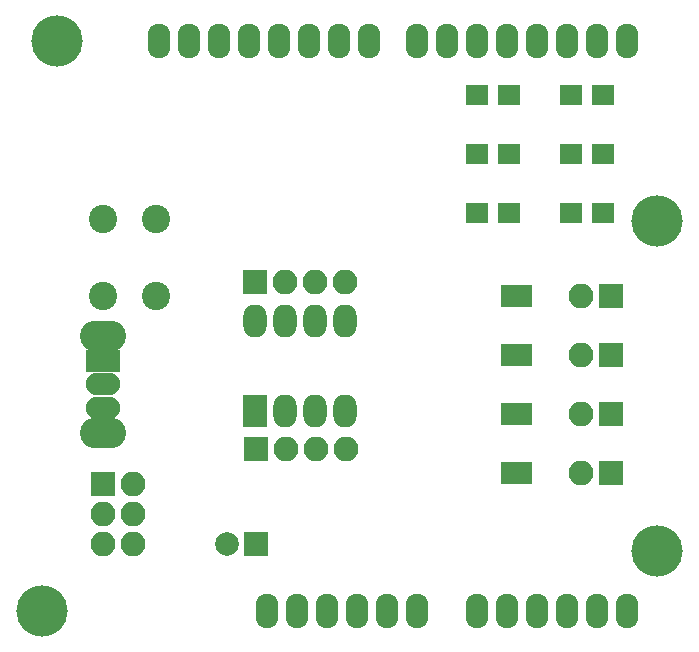
<source format=gbr>
G04 #@! TF.GenerationSoftware,KiCad,Pcbnew,(5.0.0)*
G04 #@! TF.CreationDate,2018-11-01T21:51:17+01:00*
G04 #@! TF.ProjectId,ATtiny85_Arduino_programmer,415474696E7938355F41726475696E6F,rev?*
G04 #@! TF.SameCoordinates,Original*
G04 #@! TF.FileFunction,Soldermask,Top*
G04 #@! TF.FilePolarity,Negative*
%FSLAX46Y46*%
G04 Gerber Fmt 4.6, Leading zero omitted, Abs format (unit mm)*
G04 Created by KiCad (PCBNEW (5.0.0)) date 11/01/18 21:51:17*
%MOMM*%
%LPD*%
G01*
G04 APERTURE LIST*
%ADD10R,2.900000X1.900000*%
%ADD11O,2.900000X1.900000*%
%ADD12O,3.900000X2.600000*%
%ADD13R,1.900000X1.700000*%
%ADD14O,2.000000X2.800000*%
%ADD15R,2.000000X2.800000*%
%ADD16C,2.400000*%
%ADD17O,1.924000X2.940000*%
%ADD18C,4.337000*%
%ADD19R,1.400000X1.900000*%
%ADD20O,2.100000X2.100000*%
%ADD21R,2.100000X2.100000*%
%ADD22C,2.000000*%
%ADD23R,2.000000X2.000000*%
G04 APERTURE END LIST*
D10*
G04 #@! TO.C,SW2*
X145000000Y-75500000D03*
D11*
X145000000Y-77500000D03*
X145000000Y-79500000D03*
D12*
X145000000Y-73400000D03*
X145000000Y-81600000D03*
G04 #@! TD*
D13*
G04 #@! TO.C,D3*
X187350000Y-63000000D03*
X184650000Y-63000000D03*
G04 #@! TD*
G04 #@! TO.C,D2*
X187350000Y-58000000D03*
X184650000Y-58000000D03*
G04 #@! TD*
G04 #@! TO.C,D1*
X187350000Y-53000000D03*
X184650000Y-53000000D03*
G04 #@! TD*
G04 #@! TO.C,R1*
X176650000Y-53000000D03*
X179350000Y-53000000D03*
G04 #@! TD*
G04 #@! TO.C,R3*
X176650000Y-63000000D03*
X179350000Y-63000000D03*
G04 #@! TD*
G04 #@! TO.C,R2*
X176650000Y-58000000D03*
X179350000Y-58000000D03*
G04 #@! TD*
D14*
G04 #@! TO.C,U1*
X157912707Y-72108569D03*
X165532707Y-79728569D03*
X160452707Y-72108569D03*
X162992707Y-79728569D03*
X162992707Y-72108569D03*
X160452707Y-79728569D03*
X165532707Y-72108569D03*
D15*
X157912707Y-79728569D03*
G04 #@! TD*
D16*
G04 #@! TO.C,SW1*
X145000000Y-63500000D03*
X149500000Y-63500000D03*
X145000000Y-70000000D03*
X149500000Y-70000000D03*
G04 #@! TD*
D17*
G04 #@! TO.C,SHIELD1*
X189400000Y-96690501D03*
X186860000Y-96690501D03*
X184320000Y-96690501D03*
X176700000Y-96690501D03*
X179240000Y-96690501D03*
X181780000Y-96690501D03*
X171620000Y-96690501D03*
X169080000Y-96690501D03*
X166540000Y-96690501D03*
X161460000Y-96690501D03*
X158920000Y-96690501D03*
X189400000Y-48430501D03*
X186860000Y-48430501D03*
X184320000Y-48430501D03*
X181780000Y-48430501D03*
X179240000Y-48430501D03*
X176700000Y-48430501D03*
X174160000Y-48430501D03*
X171620000Y-48430501D03*
X167556000Y-48430501D03*
X165016000Y-48430501D03*
X162476000Y-48430501D03*
X159936000Y-48430501D03*
X157396000Y-48430501D03*
X154856000Y-48430501D03*
X152316000Y-48430501D03*
X149776000Y-48430501D03*
X164000000Y-96690501D03*
D18*
X191940000Y-91610501D03*
X191940000Y-63670501D03*
X141140000Y-48430501D03*
X139870000Y-96690501D03*
G04 #@! TD*
D19*
G04 #@! TO.C,JP8*
X179350000Y-85000000D03*
X180650000Y-85000000D03*
G04 #@! TD*
G04 #@! TO.C,JP7*
X180650000Y-80000000D03*
X179350000Y-80000000D03*
G04 #@! TD*
G04 #@! TO.C,JP6*
X179350000Y-75000000D03*
X180650000Y-75000000D03*
G04 #@! TD*
G04 #@! TO.C,JP5*
X180650000Y-70000000D03*
X179350000Y-70000000D03*
G04 #@! TD*
D20*
G04 #@! TO.C,JP4*
X185460000Y-85000000D03*
D21*
X188000000Y-85000000D03*
G04 #@! TD*
G04 #@! TO.C,JP3*
X188000000Y-80000000D03*
D20*
X185460000Y-80000000D03*
G04 #@! TD*
G04 #@! TO.C,JP2*
X185460000Y-75000000D03*
D21*
X188000000Y-75000000D03*
G04 #@! TD*
G04 #@! TO.C,JP1*
X188000000Y-70000000D03*
D20*
X185460000Y-70000000D03*
G04 #@! TD*
D21*
G04 #@! TO.C,J3*
X157918607Y-68829009D03*
D20*
X160458607Y-68829009D03*
X162998607Y-68829009D03*
X165538607Y-68829009D03*
G04 #@! TD*
G04 #@! TO.C,J2*
X165548767Y-82981889D03*
X163008767Y-82981889D03*
X160468767Y-82981889D03*
D21*
X157928767Y-82981889D03*
G04 #@! TD*
D20*
G04 #@! TO.C,J1*
X147540000Y-91000000D03*
X145000000Y-91000000D03*
X147540000Y-88460000D03*
X145000000Y-88460000D03*
X147540000Y-85920000D03*
D21*
X145000000Y-85920000D03*
G04 #@! TD*
D22*
G04 #@! TO.C,C1*
X155500000Y-91000000D03*
D23*
X158000000Y-91000000D03*
G04 #@! TD*
M02*

</source>
